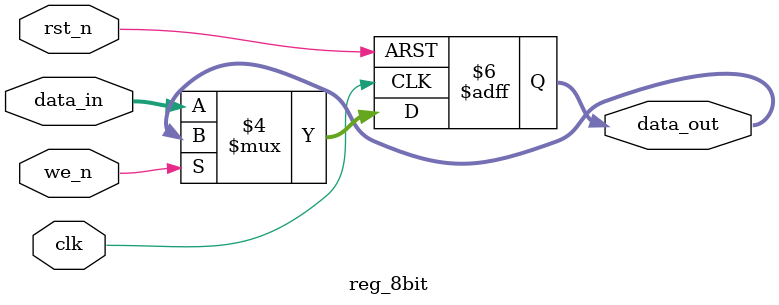
<source format=v>
`timescale 1ns / 1ps
module reg_8bit(clk, rst_n, we_n, data_in, data_out);
input clk, rst_n, we_n;
input [7:0] data_in;
output reg [7:0] data_out;
always @(posedge clk, negedge rst_n) begin
  if(!rst_n) begin
    data_out <= 0;  
  end else if(!we_n) begin
    data_out <= data_in;
  end
end
endmodule

</source>
